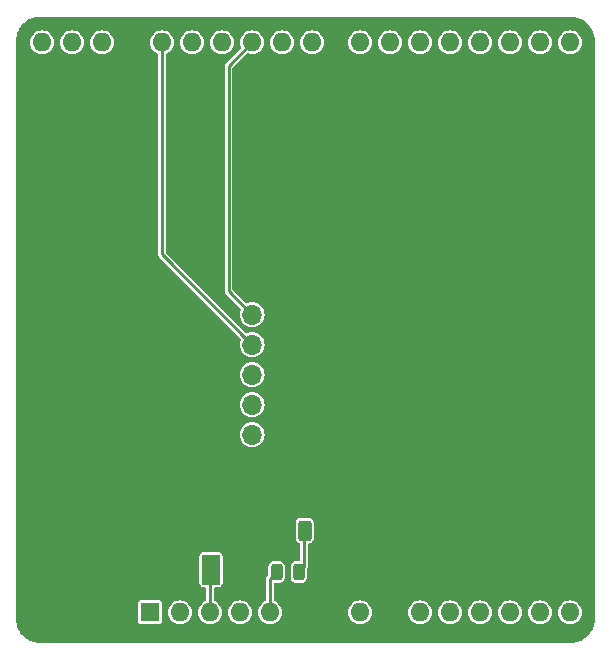
<source format=gbr>
%TF.GenerationSoftware,KiCad,Pcbnew,7.0.2-0*%
%TF.CreationDate,2023-04-20T17:22:28-07:00*%
%TF.ProjectId,RGProgrammer_V1,52475072-6f67-4726-916d-6d65725f5631,rev?*%
%TF.SameCoordinates,Original*%
%TF.FileFunction,Copper,L1,Top*%
%TF.FilePolarity,Positive*%
%FSLAX46Y46*%
G04 Gerber Fmt 4.6, Leading zero omitted, Abs format (unit mm)*
G04 Created by KiCad (PCBNEW 7.0.2-0) date 2023-04-20 17:22:28*
%MOMM*%
%LPD*%
G01*
G04 APERTURE LIST*
G04 Aperture macros list*
%AMRoundRect*
0 Rectangle with rounded corners*
0 $1 Rounding radius*
0 $2 $3 $4 $5 $6 $7 $8 $9 X,Y pos of 4 corners*
0 Add a 4 corners polygon primitive as box body*
4,1,4,$2,$3,$4,$5,$6,$7,$8,$9,$2,$3,0*
0 Add four circle primitives for the rounded corners*
1,1,$1+$1,$2,$3*
1,1,$1+$1,$4,$5*
1,1,$1+$1,$6,$7*
1,1,$1+$1,$8,$9*
0 Add four rect primitives between the rounded corners*
20,1,$1+$1,$2,$3,$4,$5,0*
20,1,$1+$1,$4,$5,$6,$7,0*
20,1,$1+$1,$6,$7,$8,$9,0*
20,1,$1+$1,$8,$9,$2,$3,0*%
G04 Aperture macros list end*
%TA.AperFunction,ComponentPad*%
%ADD10R,1.700000X1.700000*%
%TD*%
%TA.AperFunction,ComponentPad*%
%ADD11O,1.700000X1.700000*%
%TD*%
%TA.AperFunction,SMDPad,CuDef*%
%ADD12RoundRect,0.243750X0.243750X0.456250X-0.243750X0.456250X-0.243750X-0.456250X0.243750X-0.456250X0*%
%TD*%
%TA.AperFunction,SMDPad,CuDef*%
%ADD13RoundRect,0.250000X0.312500X0.625000X-0.312500X0.625000X-0.312500X-0.625000X0.312500X-0.625000X0*%
%TD*%
%TA.AperFunction,SMDPad,CuDef*%
%ADD14RoundRect,0.250000X0.550000X-1.050000X0.550000X1.050000X-0.550000X1.050000X-0.550000X-1.050000X0*%
%TD*%
%TA.AperFunction,ComponentPad*%
%ADD15R,1.600000X1.600000*%
%TD*%
%TA.AperFunction,ComponentPad*%
%ADD16O,1.600000X1.600000*%
%TD*%
%TA.AperFunction,Conductor*%
%ADD17C,0.250000*%
%TD*%
G04 APERTURE END LIST*
D10*
%TO.P,J1,1,Pin_1*%
%TO.N,GND*%
X146000000Y-81675000D03*
D11*
%TO.P,J1,2,Pin_2*%
%TO.N,D10*%
X146000000Y-84215000D03*
%TO.P,J1,3,Pin_3*%
%TO.N,D13*%
X146000000Y-86755000D03*
%TO.P,J1,4,Pin_4*%
%TO.N,D12*%
X146000000Y-89295000D03*
%TO.P,J1,5,Pin_5*%
%TO.N,D11*%
X146000000Y-91835000D03*
%TO.P,J1,6,Pin_6*%
%TO.N,+5V*%
X146000000Y-94375000D03*
%TD*%
D12*
%TO.P,D1,1,K*%
%TO.N,Net-(D1-K)*%
X149937500Y-106000000D03*
%TO.P,D1,2,A*%
%TO.N,+5V*%
X148062500Y-106000000D03*
%TD*%
D13*
%TO.P,R1,1*%
%TO.N,Net-(D1-K)*%
X150462500Y-102500000D03*
%TO.P,R1,2*%
%TO.N,GND*%
X147537500Y-102500000D03*
%TD*%
D14*
%TO.P,C1,1*%
%TO.N,Net-(A1-~{RESET})*%
X142500000Y-105800000D03*
%TO.P,C1,2*%
%TO.N,GND*%
X142500000Y-102200000D03*
%TD*%
D15*
%TO.P,A1,1,NC*%
%TO.N,unconnected-(A1-NC-Pad1)*%
X137340000Y-109415000D03*
D16*
%TO.P,A1,2,IOREF*%
%TO.N,unconnected-(A1-IOREF-Pad2)*%
X139880000Y-109415000D03*
%TO.P,A1,3,~{RESET}*%
%TO.N,Net-(A1-~{RESET})*%
X142420000Y-109415000D03*
%TO.P,A1,4,3V3*%
%TO.N,unconnected-(A1-3V3-Pad4)*%
X144960000Y-109415000D03*
%TO.P,A1,5,+5V*%
%TO.N,+5V*%
X147500000Y-109415000D03*
%TO.P,A1,6,GND*%
%TO.N,GND*%
X150040000Y-109415000D03*
%TO.P,A1,7,GND*%
X152580000Y-109415000D03*
%TO.P,A1,8,VIN*%
%TO.N,unconnected-(A1-VIN-Pad8)*%
X155120000Y-109415000D03*
%TO.P,A1,9,A0*%
%TO.N,unconnected-(A1-A0-Pad9)*%
X160200000Y-109415000D03*
%TO.P,A1,10,A1*%
%TO.N,unconnected-(A1-A1-Pad10)*%
X162740000Y-109415000D03*
%TO.P,A1,11,A2*%
%TO.N,unconnected-(A1-A2-Pad11)*%
X165280000Y-109415000D03*
%TO.P,A1,12,A3*%
%TO.N,unconnected-(A1-A3-Pad12)*%
X167820000Y-109415000D03*
%TO.P,A1,13,SDA/A4*%
%TO.N,unconnected-(A1-SDA{slash}A4-Pad13)*%
X170360000Y-109415000D03*
%TO.P,A1,14,SCL/A5*%
%TO.N,unconnected-(A1-SCL{slash}A5-Pad14)*%
X172900000Y-109415000D03*
%TO.P,A1,15,D0/RX*%
%TO.N,unconnected-(A1-D0{slash}RX-Pad15)*%
X172900000Y-61155000D03*
%TO.P,A1,16,D1/TX*%
%TO.N,unconnected-(A1-D1{slash}TX-Pad16)*%
X170360000Y-61155000D03*
%TO.P,A1,17,D2*%
%TO.N,unconnected-(A1-D2-Pad17)*%
X167820000Y-61155000D03*
%TO.P,A1,18,D3*%
%TO.N,unconnected-(A1-D3-Pad18)*%
X165280000Y-61155000D03*
%TO.P,A1,19,D4*%
%TO.N,unconnected-(A1-D4-Pad19)*%
X162740000Y-61155000D03*
%TO.P,A1,20,D5*%
%TO.N,unconnected-(A1-D5-Pad20)*%
X160200000Y-61155000D03*
%TO.P,A1,21,D6*%
%TO.N,unconnected-(A1-D6-Pad21)*%
X157660000Y-61155000D03*
%TO.P,A1,22,D7*%
%TO.N,unconnected-(A1-D7-Pad22)*%
X155120000Y-61155000D03*
%TO.P,A1,23,D8*%
%TO.N,unconnected-(A1-D8-Pad23)*%
X151060000Y-61155000D03*
%TO.P,A1,24,D9*%
%TO.N,unconnected-(A1-D9-Pad24)*%
X148520000Y-61155000D03*
%TO.P,A1,25,D10*%
%TO.N,D10*%
X145980000Y-61155000D03*
%TO.P,A1,26,D11*%
%TO.N,D11*%
X143440000Y-61155000D03*
%TO.P,A1,27,D12*%
%TO.N,D12*%
X140900000Y-61155000D03*
%TO.P,A1,28,D13*%
%TO.N,D13*%
X138360000Y-61155000D03*
%TO.P,A1,29,GND*%
%TO.N,GND*%
X135820000Y-61155000D03*
%TO.P,A1,30,AREF*%
%TO.N,unconnected-(A1-AREF-Pad30)*%
X133280000Y-61155000D03*
%TO.P,A1,31,SDA/A4*%
%TO.N,unconnected-(A1-SDA{slash}A4-Pad31)*%
X130740000Y-61155000D03*
%TO.P,A1,32,SCL/A5*%
%TO.N,unconnected-(A1-SCL{slash}A5-Pad32)*%
X128200000Y-61155000D03*
%TD*%
D17*
%TO.N,Net-(A1-~{RESET})*%
X142500000Y-105800000D02*
X142420000Y-105880000D01*
X142420000Y-105880000D02*
X142420000Y-109415000D01*
%TO.N,+5V*%
X147500000Y-106562500D02*
X148062500Y-106000000D01*
X147500000Y-109415000D02*
X147500000Y-106562500D01*
%TO.N,D10*%
X144000000Y-63135000D02*
X145980000Y-61155000D01*
X146000000Y-84215000D02*
X144000000Y-82215000D01*
X144000000Y-82215000D02*
X144000000Y-63135000D01*
%TO.N,D13*%
X138360000Y-79115000D02*
X138360000Y-61155000D01*
X146000000Y-86755000D02*
X138360000Y-79115000D01*
%TO.N,Net-(D1-K)*%
X150400000Y-102562500D02*
X150462500Y-102500000D01*
X150400000Y-105537500D02*
X150400000Y-102562500D01*
X149937500Y-106000000D02*
X150400000Y-105537500D01*
%TD*%
%TA.AperFunction,Conductor*%
%TO.N,GND*%
G36*
X173004042Y-59000764D02*
G01*
X173083743Y-59005988D01*
X173261590Y-59018709D01*
X173276904Y-59020772D01*
X173389441Y-59043157D01*
X173530277Y-59073794D01*
X173543690Y-59077518D01*
X173657725Y-59116228D01*
X173661074Y-59117420D01*
X173788808Y-59165062D01*
X173800300Y-59170024D01*
X173910687Y-59224461D01*
X173915187Y-59226798D01*
X174032478Y-59290844D01*
X174041942Y-59296574D01*
X174145269Y-59365615D01*
X174150688Y-59369450D01*
X174256727Y-59448830D01*
X174264145Y-59454844D01*
X174357976Y-59537131D01*
X174363898Y-59542678D01*
X174457320Y-59636100D01*
X174462867Y-59642022D01*
X174545150Y-59735848D01*
X174551173Y-59743278D01*
X174588691Y-59793396D01*
X174630548Y-59849310D01*
X174634383Y-59854729D01*
X174703424Y-59958056D01*
X174709154Y-59967520D01*
X174773183Y-60084779D01*
X174775564Y-60089363D01*
X174829969Y-60199687D01*
X174834938Y-60211196D01*
X174882556Y-60338863D01*
X174883793Y-60342338D01*
X174922470Y-60456276D01*
X174926217Y-60469777D01*
X174956847Y-60610580D01*
X174979230Y-60723107D01*
X174981290Y-60738414D01*
X174994017Y-60916350D01*
X174999235Y-60995956D01*
X174999500Y-61004051D01*
X174999500Y-109995947D01*
X174999234Y-110004058D01*
X174994017Y-110083648D01*
X174981291Y-110261574D01*
X174979225Y-110276916D01*
X174956851Y-110389402D01*
X174926212Y-110530244D01*
X174922473Y-110543714D01*
X174883793Y-110657660D01*
X174882556Y-110661135D01*
X174834938Y-110788802D01*
X174829969Y-110800311D01*
X174775564Y-110910635D01*
X174773183Y-110915219D01*
X174709154Y-111032478D01*
X174703424Y-111041942D01*
X174634383Y-111145269D01*
X174630548Y-111150688D01*
X174551181Y-111256711D01*
X174545142Y-111264160D01*
X174462867Y-111357976D01*
X174457320Y-111363898D01*
X174363898Y-111457320D01*
X174357976Y-111462867D01*
X174264160Y-111545142D01*
X174256711Y-111551181D01*
X174150688Y-111630548D01*
X174145269Y-111634383D01*
X174041942Y-111703424D01*
X174032478Y-111709154D01*
X173915219Y-111773183D01*
X173910635Y-111775564D01*
X173800311Y-111829969D01*
X173788802Y-111834938D01*
X173661135Y-111882556D01*
X173657660Y-111883793D01*
X173543722Y-111922470D01*
X173530221Y-111926217D01*
X173389419Y-111956847D01*
X173342048Y-111966270D01*
X173276896Y-111979229D01*
X173261584Y-111981290D01*
X173083649Y-111994017D01*
X173060221Y-111995552D01*
X173004030Y-111999235D01*
X172995948Y-111999500D01*
X128004053Y-111999500D01*
X127995943Y-111999234D01*
X127916352Y-111994017D01*
X127738424Y-111981291D01*
X127723082Y-111979225D01*
X127665195Y-111967710D01*
X127610600Y-111956851D01*
X127469746Y-111926210D01*
X127456284Y-111922473D01*
X127456275Y-111922470D01*
X127385362Y-111898398D01*
X127342338Y-111883793D01*
X127338863Y-111882556D01*
X127211196Y-111834938D01*
X127199687Y-111829969D01*
X127134947Y-111798043D01*
X127089348Y-111775556D01*
X127084779Y-111773183D01*
X126967520Y-111709154D01*
X126958056Y-111703424D01*
X126854729Y-111634383D01*
X126849310Y-111630548D01*
X126793396Y-111588691D01*
X126743278Y-111551173D01*
X126735848Y-111545150D01*
X126642022Y-111462867D01*
X126636100Y-111457320D01*
X126542678Y-111363898D01*
X126537131Y-111357976D01*
X126505450Y-111321851D01*
X126454844Y-111264145D01*
X126448830Y-111256727D01*
X126369450Y-111150688D01*
X126365615Y-111145269D01*
X126296574Y-111041942D01*
X126290844Y-111032478D01*
X126226798Y-110915187D01*
X126224461Y-110910687D01*
X126170024Y-110800300D01*
X126165060Y-110788802D01*
X126117420Y-110661074D01*
X126116228Y-110657725D01*
X126077522Y-110543703D01*
X126073786Y-110530240D01*
X126043157Y-110389441D01*
X126020767Y-110276879D01*
X126018709Y-110261593D01*
X126016789Y-110234748D01*
X136339500Y-110234748D01*
X136351132Y-110293230D01*
X136395447Y-110359552D01*
X136461769Y-110403867D01*
X136520251Y-110415500D01*
X136520252Y-110415500D01*
X138159749Y-110415500D01*
X138188989Y-110409683D01*
X138218231Y-110403867D01*
X138284552Y-110359552D01*
X138328867Y-110293231D01*
X138340500Y-110234748D01*
X138340500Y-109415000D01*
X138874659Y-109415000D01*
X138893976Y-109611133D01*
X138951185Y-109799726D01*
X138951186Y-109799727D01*
X139044090Y-109973538D01*
X139169117Y-110125883D01*
X139321462Y-110250910D01*
X139495273Y-110343814D01*
X139683868Y-110401024D01*
X139880000Y-110420341D01*
X140076132Y-110401024D01*
X140264727Y-110343814D01*
X140438538Y-110250910D01*
X140590883Y-110125883D01*
X140715910Y-109973538D01*
X140808814Y-109799727D01*
X140866024Y-109611132D01*
X140885341Y-109415000D01*
X141414659Y-109415000D01*
X141433976Y-109611133D01*
X141491185Y-109799726D01*
X141491186Y-109799727D01*
X141584090Y-109973538D01*
X141709117Y-110125883D01*
X141861462Y-110250910D01*
X142035273Y-110343814D01*
X142223868Y-110401024D01*
X142420000Y-110420341D01*
X142616132Y-110401024D01*
X142804727Y-110343814D01*
X142978538Y-110250910D01*
X143130883Y-110125883D01*
X143255910Y-109973538D01*
X143348814Y-109799727D01*
X143406024Y-109611132D01*
X143425341Y-109415000D01*
X143954659Y-109415000D01*
X143973976Y-109611133D01*
X144031185Y-109799726D01*
X144031186Y-109799727D01*
X144124090Y-109973538D01*
X144249117Y-110125883D01*
X144401462Y-110250910D01*
X144575273Y-110343814D01*
X144763868Y-110401024D01*
X144960000Y-110420341D01*
X145156132Y-110401024D01*
X145344727Y-110343814D01*
X145518538Y-110250910D01*
X145670883Y-110125883D01*
X145795910Y-109973538D01*
X145888814Y-109799727D01*
X145946024Y-109611132D01*
X145965341Y-109415000D01*
X146494659Y-109415000D01*
X146513976Y-109611133D01*
X146571185Y-109799726D01*
X146571186Y-109799727D01*
X146664090Y-109973538D01*
X146789117Y-110125883D01*
X146941462Y-110250910D01*
X147115273Y-110343814D01*
X147303868Y-110401024D01*
X147500000Y-110420341D01*
X147696132Y-110401024D01*
X147884727Y-110343814D01*
X148058538Y-110250910D01*
X148210883Y-110125883D01*
X148335910Y-109973538D01*
X148428814Y-109799727D01*
X148486024Y-109611132D01*
X148505341Y-109415000D01*
X154114659Y-109415000D01*
X154133976Y-109611133D01*
X154191185Y-109799726D01*
X154191186Y-109799727D01*
X154284090Y-109973538D01*
X154409117Y-110125883D01*
X154561462Y-110250910D01*
X154735273Y-110343814D01*
X154923868Y-110401024D01*
X155120000Y-110420341D01*
X155316132Y-110401024D01*
X155504727Y-110343814D01*
X155678538Y-110250910D01*
X155830883Y-110125883D01*
X155955910Y-109973538D01*
X156048814Y-109799727D01*
X156106024Y-109611132D01*
X156125341Y-109415000D01*
X159194659Y-109415000D01*
X159213976Y-109611133D01*
X159271185Y-109799726D01*
X159271186Y-109799727D01*
X159364090Y-109973538D01*
X159489117Y-110125883D01*
X159641462Y-110250910D01*
X159815273Y-110343814D01*
X160003868Y-110401024D01*
X160200000Y-110420341D01*
X160396132Y-110401024D01*
X160584727Y-110343814D01*
X160758538Y-110250910D01*
X160910883Y-110125883D01*
X161035910Y-109973538D01*
X161128814Y-109799727D01*
X161186024Y-109611132D01*
X161205341Y-109415000D01*
X161734659Y-109415000D01*
X161753976Y-109611133D01*
X161811185Y-109799726D01*
X161811186Y-109799727D01*
X161904090Y-109973538D01*
X162029117Y-110125883D01*
X162181462Y-110250910D01*
X162355273Y-110343814D01*
X162543868Y-110401024D01*
X162740000Y-110420341D01*
X162936132Y-110401024D01*
X163124727Y-110343814D01*
X163298538Y-110250910D01*
X163450883Y-110125883D01*
X163575910Y-109973538D01*
X163668814Y-109799727D01*
X163726024Y-109611132D01*
X163745341Y-109415000D01*
X164274659Y-109415000D01*
X164293976Y-109611133D01*
X164351185Y-109799726D01*
X164351186Y-109799727D01*
X164444090Y-109973538D01*
X164569117Y-110125883D01*
X164721462Y-110250910D01*
X164895273Y-110343814D01*
X165083868Y-110401024D01*
X165280000Y-110420341D01*
X165476132Y-110401024D01*
X165664727Y-110343814D01*
X165838538Y-110250910D01*
X165990883Y-110125883D01*
X166115910Y-109973538D01*
X166208814Y-109799727D01*
X166266024Y-109611132D01*
X166285341Y-109415000D01*
X166814659Y-109415000D01*
X166833976Y-109611133D01*
X166891185Y-109799726D01*
X166891186Y-109799727D01*
X166984090Y-109973538D01*
X167109117Y-110125883D01*
X167261462Y-110250910D01*
X167435273Y-110343814D01*
X167623868Y-110401024D01*
X167820000Y-110420341D01*
X168016132Y-110401024D01*
X168204727Y-110343814D01*
X168378538Y-110250910D01*
X168530883Y-110125883D01*
X168655910Y-109973538D01*
X168748814Y-109799727D01*
X168806024Y-109611132D01*
X168825341Y-109415000D01*
X169354659Y-109415000D01*
X169373976Y-109611133D01*
X169431185Y-109799726D01*
X169431186Y-109799727D01*
X169524090Y-109973538D01*
X169649117Y-110125883D01*
X169801462Y-110250910D01*
X169975273Y-110343814D01*
X170163868Y-110401024D01*
X170360000Y-110420341D01*
X170556132Y-110401024D01*
X170744727Y-110343814D01*
X170918538Y-110250910D01*
X171070883Y-110125883D01*
X171195910Y-109973538D01*
X171288814Y-109799727D01*
X171346024Y-109611132D01*
X171365341Y-109415000D01*
X171894659Y-109415000D01*
X171913976Y-109611133D01*
X171971185Y-109799726D01*
X171971186Y-109799727D01*
X172064090Y-109973538D01*
X172189117Y-110125883D01*
X172341462Y-110250910D01*
X172515273Y-110343814D01*
X172703868Y-110401024D01*
X172900000Y-110420341D01*
X173096132Y-110401024D01*
X173284727Y-110343814D01*
X173458538Y-110250910D01*
X173610883Y-110125883D01*
X173735910Y-109973538D01*
X173828814Y-109799727D01*
X173886024Y-109611132D01*
X173905341Y-109415000D01*
X173886024Y-109218868D01*
X173828814Y-109030273D01*
X173735910Y-108856462D01*
X173610883Y-108704117D01*
X173458538Y-108579090D01*
X173379361Y-108536769D01*
X173284726Y-108486185D01*
X173096133Y-108428976D01*
X172900000Y-108409659D01*
X172703866Y-108428976D01*
X172515273Y-108486185D01*
X172341463Y-108579089D01*
X172189117Y-108704117D01*
X172064089Y-108856463D01*
X171971185Y-109030273D01*
X171913976Y-109218866D01*
X171894659Y-109415000D01*
X171365341Y-109415000D01*
X171346024Y-109218868D01*
X171288814Y-109030273D01*
X171195910Y-108856462D01*
X171070883Y-108704117D01*
X170918538Y-108579090D01*
X170839361Y-108536769D01*
X170744726Y-108486185D01*
X170556133Y-108428976D01*
X170360000Y-108409659D01*
X170163866Y-108428976D01*
X169975273Y-108486185D01*
X169801463Y-108579089D01*
X169649117Y-108704117D01*
X169524089Y-108856463D01*
X169431185Y-109030273D01*
X169373976Y-109218866D01*
X169354659Y-109415000D01*
X168825341Y-109415000D01*
X168806024Y-109218868D01*
X168748814Y-109030273D01*
X168655910Y-108856462D01*
X168530883Y-108704117D01*
X168378538Y-108579090D01*
X168299361Y-108536769D01*
X168204726Y-108486185D01*
X168016133Y-108428976D01*
X167820000Y-108409659D01*
X167623866Y-108428976D01*
X167435273Y-108486185D01*
X167261463Y-108579089D01*
X167109117Y-108704117D01*
X166984089Y-108856463D01*
X166891185Y-109030273D01*
X166833976Y-109218866D01*
X166814659Y-109415000D01*
X166285341Y-109415000D01*
X166266024Y-109218868D01*
X166208814Y-109030273D01*
X166115910Y-108856462D01*
X165990883Y-108704117D01*
X165838538Y-108579090D01*
X165759361Y-108536769D01*
X165664726Y-108486185D01*
X165476133Y-108428976D01*
X165329152Y-108414500D01*
X165280000Y-108409659D01*
X165279999Y-108409659D01*
X165083866Y-108428976D01*
X164895273Y-108486185D01*
X164721463Y-108579089D01*
X164569117Y-108704117D01*
X164444089Y-108856463D01*
X164351185Y-109030273D01*
X164293976Y-109218866D01*
X164274659Y-109415000D01*
X163745341Y-109415000D01*
X163726024Y-109218868D01*
X163668814Y-109030273D01*
X163575910Y-108856462D01*
X163450883Y-108704117D01*
X163298538Y-108579090D01*
X163219361Y-108536769D01*
X163124726Y-108486185D01*
X162936133Y-108428976D01*
X162740000Y-108409659D01*
X162543866Y-108428976D01*
X162355273Y-108486185D01*
X162181463Y-108579089D01*
X162029117Y-108704117D01*
X161904089Y-108856463D01*
X161811185Y-109030273D01*
X161753976Y-109218866D01*
X161734659Y-109415000D01*
X161205341Y-109415000D01*
X161186024Y-109218868D01*
X161128814Y-109030273D01*
X161035910Y-108856462D01*
X160910883Y-108704117D01*
X160758538Y-108579090D01*
X160679361Y-108536769D01*
X160584726Y-108486185D01*
X160396133Y-108428976D01*
X160200000Y-108409659D01*
X160003866Y-108428976D01*
X159815273Y-108486185D01*
X159641463Y-108579089D01*
X159489117Y-108704117D01*
X159364089Y-108856463D01*
X159271185Y-109030273D01*
X159213976Y-109218866D01*
X159194659Y-109415000D01*
X156125341Y-109415000D01*
X156106024Y-109218868D01*
X156048814Y-109030273D01*
X155955910Y-108856462D01*
X155830883Y-108704117D01*
X155678538Y-108579090D01*
X155599361Y-108536769D01*
X155504726Y-108486185D01*
X155316133Y-108428976D01*
X155169152Y-108414500D01*
X155120000Y-108409659D01*
X155119999Y-108409659D01*
X154923866Y-108428976D01*
X154735273Y-108486185D01*
X154561463Y-108579089D01*
X154409117Y-108704117D01*
X154284089Y-108856463D01*
X154191185Y-109030273D01*
X154133976Y-109218866D01*
X154114659Y-109415000D01*
X148505341Y-109415000D01*
X148486024Y-109218868D01*
X148428814Y-109030273D01*
X148335910Y-108856462D01*
X148210883Y-108704117D01*
X148058538Y-108579090D01*
X148058536Y-108579089D01*
X147891046Y-108489563D01*
X147841202Y-108440600D01*
X147825500Y-108380205D01*
X147825500Y-107024500D01*
X147845185Y-106957461D01*
X147897989Y-106911706D01*
X147949500Y-106900500D01*
X148356870Y-106900500D01*
X148359764Y-106900500D01*
X148389774Y-106897686D01*
X148516179Y-106853455D01*
X148623930Y-106773930D01*
X148703455Y-106666179D01*
X148747686Y-106539774D01*
X148750500Y-106509764D01*
X149249500Y-106509764D01*
X149249769Y-106512635D01*
X149249770Y-106512651D01*
X149252313Y-106539769D01*
X149252313Y-106539771D01*
X149252314Y-106539774D01*
X149296545Y-106666179D01*
X149296546Y-106666180D01*
X149376069Y-106773930D01*
X149439085Y-106820438D01*
X149483821Y-106853455D01*
X149610226Y-106897686D01*
X149640236Y-106900500D01*
X149643130Y-106900500D01*
X150231870Y-106900500D01*
X150234764Y-106900500D01*
X150264774Y-106897686D01*
X150391179Y-106853455D01*
X150498930Y-106773930D01*
X150578455Y-106666179D01*
X150622686Y-106539774D01*
X150625500Y-106509764D01*
X150625500Y-105831016D01*
X150643526Y-105769624D01*
X150642260Y-105768893D01*
X150653192Y-105749956D01*
X150653194Y-105749955D01*
X150672091Y-105717222D01*
X150677887Y-105708125D01*
X150699554Y-105677184D01*
X150699554Y-105677182D01*
X150700173Y-105676299D01*
X150710399Y-105651612D01*
X150710586Y-105650547D01*
X150710588Y-105650545D01*
X150717149Y-105613330D01*
X150719478Y-105602824D01*
X150729264Y-105566307D01*
X150725972Y-105528676D01*
X150725500Y-105517869D01*
X150725500Y-103698146D01*
X150745185Y-103631107D01*
X150797989Y-103585352D01*
X150837923Y-103574688D01*
X150859699Y-103572646D01*
X150987882Y-103527793D01*
X150987882Y-103527792D01*
X150987884Y-103527792D01*
X151097150Y-103447150D01*
X151177792Y-103337884D01*
X151177793Y-103337882D01*
X151222646Y-103209699D01*
X151225500Y-103179266D01*
X151225500Y-101820734D01*
X151222646Y-101790301D01*
X151177793Y-101662118D01*
X151177792Y-101662115D01*
X151097150Y-101552849D01*
X150987884Y-101472207D01*
X150859696Y-101427353D01*
X150832151Y-101424770D01*
X150832139Y-101424769D01*
X150829266Y-101424500D01*
X150095734Y-101424500D01*
X150092861Y-101424769D01*
X150092848Y-101424770D01*
X150065303Y-101427353D01*
X149937115Y-101472207D01*
X149827849Y-101552849D01*
X149747207Y-101662115D01*
X149702353Y-101790303D01*
X149699770Y-101817848D01*
X149699769Y-101817861D01*
X149699500Y-101820734D01*
X149699500Y-103179266D01*
X149699769Y-103182139D01*
X149699770Y-103182151D01*
X149702353Y-103209696D01*
X149747207Y-103337884D01*
X149827849Y-103447150D01*
X149937115Y-103527792D01*
X149991454Y-103546806D01*
X150048230Y-103587528D01*
X150073978Y-103652481D01*
X150074500Y-103663848D01*
X150074500Y-104975500D01*
X150054815Y-105042539D01*
X150002011Y-105088294D01*
X149950500Y-105099500D01*
X149640236Y-105099500D01*
X149637365Y-105099769D01*
X149637348Y-105099770D01*
X149610230Y-105102313D01*
X149610227Y-105102313D01*
X149610226Y-105102314D01*
X149483821Y-105146545D01*
X149483820Y-105146545D01*
X149483819Y-105146546D01*
X149376069Y-105226069D01*
X149296546Y-105333819D01*
X149252313Y-105460230D01*
X149249770Y-105487348D01*
X149249769Y-105487365D01*
X149249500Y-105490236D01*
X149249500Y-106509764D01*
X148750500Y-106509764D01*
X148750500Y-105490236D01*
X148747686Y-105460226D01*
X148703455Y-105333821D01*
X148670438Y-105289085D01*
X148623930Y-105226069D01*
X148516180Y-105146546D01*
X148516179Y-105146545D01*
X148389774Y-105102314D01*
X148389771Y-105102313D01*
X148389769Y-105102313D01*
X148362651Y-105099770D01*
X148362635Y-105099769D01*
X148359764Y-105099500D01*
X147765236Y-105099500D01*
X147762365Y-105099769D01*
X147762348Y-105099770D01*
X147735230Y-105102313D01*
X147735227Y-105102313D01*
X147735226Y-105102314D01*
X147608821Y-105146545D01*
X147608820Y-105146545D01*
X147608819Y-105146546D01*
X147501069Y-105226069D01*
X147421546Y-105333819D01*
X147377313Y-105460230D01*
X147374770Y-105487348D01*
X147374769Y-105487365D01*
X147374500Y-105490236D01*
X147374500Y-105493130D01*
X147374500Y-106176310D01*
X147354815Y-106243349D01*
X147338181Y-106263991D01*
X147283714Y-106318458D01*
X147275741Y-106325764D01*
X147246806Y-106350044D01*
X147227914Y-106382764D01*
X147222106Y-106391880D01*
X147199831Y-106423693D01*
X147189597Y-106448399D01*
X147182852Y-106486648D01*
X147180512Y-106497204D01*
X147170735Y-106533691D01*
X147174028Y-106571317D01*
X147174500Y-106582126D01*
X147174500Y-108380205D01*
X147154815Y-108447244D01*
X147108954Y-108489563D01*
X146941461Y-108579090D01*
X146789117Y-108704117D01*
X146664089Y-108856463D01*
X146571185Y-109030273D01*
X146513976Y-109218866D01*
X146494659Y-109415000D01*
X145965341Y-109415000D01*
X145946024Y-109218868D01*
X145888814Y-109030273D01*
X145795910Y-108856462D01*
X145670883Y-108704117D01*
X145518538Y-108579090D01*
X145439361Y-108536769D01*
X145344726Y-108486185D01*
X145156133Y-108428976D01*
X145009152Y-108414500D01*
X144960000Y-108409659D01*
X144959999Y-108409659D01*
X144763866Y-108428976D01*
X144575273Y-108486185D01*
X144401463Y-108579089D01*
X144249117Y-108704117D01*
X144124089Y-108856463D01*
X144031185Y-109030273D01*
X143973976Y-109218866D01*
X143954659Y-109415000D01*
X143425341Y-109415000D01*
X143406024Y-109218868D01*
X143348814Y-109030273D01*
X143255910Y-108856462D01*
X143130883Y-108704117D01*
X142978538Y-108579090D01*
X142978536Y-108579089D01*
X142811046Y-108489563D01*
X142761202Y-108440600D01*
X142745500Y-108380205D01*
X142745500Y-107424500D01*
X142765185Y-107357461D01*
X142817989Y-107311706D01*
X142869500Y-107300500D01*
X143101373Y-107300500D01*
X143104266Y-107300500D01*
X143134699Y-107297646D01*
X143262882Y-107252793D01*
X143262882Y-107252792D01*
X143262884Y-107252792D01*
X143372150Y-107172150D01*
X143452792Y-107062884D01*
X143466223Y-107024500D01*
X143497646Y-106934699D01*
X143500500Y-106904266D01*
X143500500Y-104695734D01*
X143497646Y-104665301D01*
X143452793Y-104537118D01*
X143452792Y-104537115D01*
X143372150Y-104427849D01*
X143262884Y-104347207D01*
X143134696Y-104302353D01*
X143107151Y-104299770D01*
X143107139Y-104299769D01*
X143104266Y-104299500D01*
X141895734Y-104299500D01*
X141892861Y-104299769D01*
X141892848Y-104299770D01*
X141865303Y-104302353D01*
X141737115Y-104347207D01*
X141627849Y-104427849D01*
X141547207Y-104537115D01*
X141502353Y-104665303D01*
X141499770Y-104692848D01*
X141499769Y-104692861D01*
X141499500Y-104695734D01*
X141499500Y-106904266D01*
X141499769Y-106907139D01*
X141499770Y-106907151D01*
X141502353Y-106934696D01*
X141547207Y-107062884D01*
X141627849Y-107172150D01*
X141737115Y-107252792D01*
X141737118Y-107252793D01*
X141865301Y-107297646D01*
X141895734Y-107300500D01*
X141970500Y-107300500D01*
X142037539Y-107320185D01*
X142083294Y-107372989D01*
X142094500Y-107424500D01*
X142094500Y-108380205D01*
X142074815Y-108447244D01*
X142028954Y-108489563D01*
X141861461Y-108579090D01*
X141709117Y-108704117D01*
X141584089Y-108856463D01*
X141491185Y-109030273D01*
X141433976Y-109218866D01*
X141414659Y-109415000D01*
X140885341Y-109415000D01*
X140866024Y-109218868D01*
X140808814Y-109030273D01*
X140715910Y-108856462D01*
X140590883Y-108704117D01*
X140438538Y-108579090D01*
X140359361Y-108536769D01*
X140264726Y-108486185D01*
X140076133Y-108428976D01*
X139880000Y-108409659D01*
X139683866Y-108428976D01*
X139495273Y-108486185D01*
X139321463Y-108579089D01*
X139169117Y-108704117D01*
X139044089Y-108856463D01*
X138951185Y-109030273D01*
X138893976Y-109218866D01*
X138874659Y-109415000D01*
X138340500Y-109415000D01*
X138340500Y-108595252D01*
X138328867Y-108536769D01*
X138328867Y-108536768D01*
X138284552Y-108470447D01*
X138218230Y-108426132D01*
X138159749Y-108414500D01*
X138159748Y-108414500D01*
X136520252Y-108414500D01*
X136520251Y-108414500D01*
X136461769Y-108426132D01*
X136395447Y-108470447D01*
X136351132Y-108536769D01*
X136339500Y-108595251D01*
X136339500Y-110234748D01*
X126016789Y-110234748D01*
X126005988Y-110083743D01*
X126000765Y-110004041D01*
X126000500Y-109995936D01*
X126000500Y-94375000D01*
X144944417Y-94375000D01*
X144964699Y-94580932D01*
X144964700Y-94580934D01*
X145024768Y-94778954D01*
X145122315Y-94961450D01*
X145173609Y-95023952D01*
X145253589Y-95121410D01*
X145333569Y-95187047D01*
X145413550Y-95252685D01*
X145596046Y-95350232D01*
X145794066Y-95410300D01*
X146000000Y-95430583D01*
X146205934Y-95410300D01*
X146403954Y-95350232D01*
X146586450Y-95252685D01*
X146746410Y-95121410D01*
X146877685Y-94961450D01*
X146975232Y-94778954D01*
X147035300Y-94580934D01*
X147055583Y-94375000D01*
X147035300Y-94169066D01*
X146975232Y-93971046D01*
X146877685Y-93788550D01*
X146812047Y-93708570D01*
X146746410Y-93628589D01*
X146648952Y-93548609D01*
X146586450Y-93497315D01*
X146403954Y-93399768D01*
X146304944Y-93369734D01*
X146205932Y-93339699D01*
X146000000Y-93319417D01*
X145794067Y-93339699D01*
X145596043Y-93399769D01*
X145413551Y-93497314D01*
X145253589Y-93628589D01*
X145122314Y-93788551D01*
X145024769Y-93971043D01*
X144964699Y-94169067D01*
X144944417Y-94375000D01*
X126000500Y-94375000D01*
X126000500Y-91835000D01*
X144944417Y-91835000D01*
X144964699Y-92040932D01*
X144964700Y-92040934D01*
X145024768Y-92238954D01*
X145122315Y-92421450D01*
X145173609Y-92483952D01*
X145253589Y-92581410D01*
X145333569Y-92647047D01*
X145413550Y-92712685D01*
X145596046Y-92810232D01*
X145794066Y-92870300D01*
X146000000Y-92890583D01*
X146205934Y-92870300D01*
X146403954Y-92810232D01*
X146586450Y-92712685D01*
X146746410Y-92581410D01*
X146877685Y-92421450D01*
X146975232Y-92238954D01*
X147035300Y-92040934D01*
X147055583Y-91835000D01*
X147035300Y-91629066D01*
X146975232Y-91431046D01*
X146877685Y-91248550D01*
X146812047Y-91168570D01*
X146746410Y-91088589D01*
X146648952Y-91008609D01*
X146586450Y-90957315D01*
X146403954Y-90859768D01*
X146304944Y-90829733D01*
X146205932Y-90799699D01*
X146000000Y-90779417D01*
X145794067Y-90799699D01*
X145596043Y-90859769D01*
X145413551Y-90957314D01*
X145253589Y-91088589D01*
X145122314Y-91248551D01*
X145024769Y-91431043D01*
X144964699Y-91629067D01*
X144944417Y-91835000D01*
X126000500Y-91835000D01*
X126000500Y-89295000D01*
X144944417Y-89295000D01*
X144964699Y-89500932D01*
X144964700Y-89500934D01*
X145024768Y-89698954D01*
X145122315Y-89881450D01*
X145173609Y-89943952D01*
X145253589Y-90041410D01*
X145333569Y-90107047D01*
X145413550Y-90172685D01*
X145596046Y-90270232D01*
X145794066Y-90330300D01*
X146000000Y-90350583D01*
X146205934Y-90330300D01*
X146403954Y-90270232D01*
X146586450Y-90172685D01*
X146746410Y-90041410D01*
X146877685Y-89881450D01*
X146975232Y-89698954D01*
X147035300Y-89500934D01*
X147055583Y-89295000D01*
X147035300Y-89089066D01*
X146975232Y-88891046D01*
X146877685Y-88708550D01*
X146812047Y-88628570D01*
X146746410Y-88548589D01*
X146648952Y-88468608D01*
X146586450Y-88417315D01*
X146403954Y-88319768D01*
X146304944Y-88289733D01*
X146205932Y-88259699D01*
X146000000Y-88239417D01*
X145794067Y-88259699D01*
X145596043Y-88319769D01*
X145413551Y-88417314D01*
X145253589Y-88548589D01*
X145122314Y-88708551D01*
X145024769Y-88891043D01*
X144964699Y-89089067D01*
X144944417Y-89295000D01*
X126000500Y-89295000D01*
X126000500Y-61154999D01*
X127194659Y-61154999D01*
X127213976Y-61351133D01*
X127271185Y-61539726D01*
X127304865Y-61602736D01*
X127364090Y-61713538D01*
X127489117Y-61865883D01*
X127641462Y-61990910D01*
X127815273Y-62083814D01*
X128003868Y-62141024D01*
X128200000Y-62160341D01*
X128396132Y-62141024D01*
X128584727Y-62083814D01*
X128758538Y-61990910D01*
X128910883Y-61865883D01*
X129035910Y-61713538D01*
X129128814Y-61539727D01*
X129186024Y-61351132D01*
X129205341Y-61155000D01*
X129205341Y-61154999D01*
X129734659Y-61154999D01*
X129753976Y-61351133D01*
X129811185Y-61539726D01*
X129844865Y-61602736D01*
X129904090Y-61713538D01*
X130029117Y-61865883D01*
X130181462Y-61990910D01*
X130355273Y-62083814D01*
X130543868Y-62141024D01*
X130740000Y-62160341D01*
X130936132Y-62141024D01*
X131124727Y-62083814D01*
X131298538Y-61990910D01*
X131450883Y-61865883D01*
X131575910Y-61713538D01*
X131668814Y-61539727D01*
X131726024Y-61351132D01*
X131745341Y-61155000D01*
X131745341Y-61154999D01*
X132274659Y-61154999D01*
X132293976Y-61351133D01*
X132351185Y-61539726D01*
X132384865Y-61602736D01*
X132444090Y-61713538D01*
X132569117Y-61865883D01*
X132721462Y-61990910D01*
X132895273Y-62083814D01*
X133083868Y-62141024D01*
X133280000Y-62160341D01*
X133476132Y-62141024D01*
X133664727Y-62083814D01*
X133838538Y-61990910D01*
X133990883Y-61865883D01*
X134115910Y-61713538D01*
X134208814Y-61539727D01*
X134266024Y-61351132D01*
X134285341Y-61155000D01*
X134285341Y-61154999D01*
X137354659Y-61154999D01*
X137373976Y-61351133D01*
X137431185Y-61539726D01*
X137464865Y-61602736D01*
X137524090Y-61713538D01*
X137649117Y-61865883D01*
X137801462Y-61990910D01*
X137920687Y-62054637D01*
X137968953Y-62080436D01*
X138018797Y-62129398D01*
X138034500Y-62189794D01*
X138034500Y-79095372D01*
X138034028Y-79106180D01*
X138030735Y-79143807D01*
X138040512Y-79180296D01*
X138042853Y-79190852D01*
X138049599Y-79229107D01*
X138059829Y-79253803D01*
X138060446Y-79254684D01*
X138082112Y-79285627D01*
X138087915Y-79294736D01*
X138106806Y-79327455D01*
X138135742Y-79351735D01*
X138143718Y-79359044D01*
X144998386Y-86213712D01*
X145031871Y-86275035D01*
X145027293Y-86339049D01*
X145028313Y-86339359D01*
X145026949Y-86343854D01*
X145026887Y-86344727D01*
X145026269Y-86346095D01*
X144964699Y-86549067D01*
X144944417Y-86754999D01*
X144964699Y-86960932D01*
X144964700Y-86960934D01*
X145024768Y-87158954D01*
X145122315Y-87341450D01*
X145173608Y-87403952D01*
X145253589Y-87501410D01*
X145333569Y-87567047D01*
X145413550Y-87632685D01*
X145596046Y-87730232D01*
X145794066Y-87790300D01*
X146000000Y-87810583D01*
X146205934Y-87790300D01*
X146403954Y-87730232D01*
X146586450Y-87632685D01*
X146746410Y-87501410D01*
X146877685Y-87341450D01*
X146975232Y-87158954D01*
X147035300Y-86960934D01*
X147055583Y-86755000D01*
X147035300Y-86549066D01*
X146975232Y-86351046D01*
X146877685Y-86168550D01*
X146812047Y-86088570D01*
X146746410Y-86008589D01*
X146648952Y-85928609D01*
X146586450Y-85877315D01*
X146403954Y-85779768D01*
X146304944Y-85749733D01*
X146205932Y-85719699D01*
X146000000Y-85699417D01*
X145794067Y-85719699D01*
X145584359Y-85783313D01*
X145583222Y-85779567D01*
X145536418Y-85789303D01*
X145471179Y-85764289D01*
X145458712Y-85753386D01*
X142100062Y-82394736D01*
X141949133Y-82243807D01*
X143670735Y-82243807D01*
X143680512Y-82280296D01*
X143682853Y-82290852D01*
X143689599Y-82329107D01*
X143699829Y-82353803D01*
X143700446Y-82354684D01*
X143722112Y-82385627D01*
X143727915Y-82394736D01*
X143746806Y-82427455D01*
X143775742Y-82451735D01*
X143783718Y-82459044D01*
X144998386Y-83673712D01*
X145031871Y-83735035D01*
X145027293Y-83799049D01*
X145028313Y-83799359D01*
X145026949Y-83803854D01*
X145026887Y-83804727D01*
X145026269Y-83806095D01*
X144964699Y-84009067D01*
X144944417Y-84214999D01*
X144964699Y-84420932D01*
X144964700Y-84420934D01*
X145024768Y-84618954D01*
X145122315Y-84801450D01*
X145173608Y-84863952D01*
X145253589Y-84961410D01*
X145333569Y-85027047D01*
X145413550Y-85092685D01*
X145596046Y-85190232D01*
X145794066Y-85250300D01*
X146000000Y-85270583D01*
X146205934Y-85250300D01*
X146403954Y-85190232D01*
X146586450Y-85092685D01*
X146746410Y-84961410D01*
X146877685Y-84801450D01*
X146975232Y-84618954D01*
X147035300Y-84420934D01*
X147055583Y-84215000D01*
X147035300Y-84009066D01*
X146975232Y-83811046D01*
X146877685Y-83628550D01*
X146812047Y-83548570D01*
X146746410Y-83468589D01*
X146648952Y-83388608D01*
X146586450Y-83337315D01*
X146403954Y-83239768D01*
X146304944Y-83209733D01*
X146205932Y-83179699D01*
X146000000Y-83159417D01*
X145794067Y-83179699D01*
X145584359Y-83243313D01*
X145583222Y-83239567D01*
X145536418Y-83249303D01*
X145471179Y-83224289D01*
X145458712Y-83213386D01*
X144361819Y-82116493D01*
X144328334Y-82055170D01*
X144325500Y-82028812D01*
X144325500Y-63321187D01*
X144345185Y-63254148D01*
X144361814Y-63233510D01*
X145478452Y-62116872D01*
X145539775Y-62083388D01*
X145602126Y-62085892D01*
X145783868Y-62141024D01*
X145980000Y-62160341D01*
X146176132Y-62141024D01*
X146364727Y-62083814D01*
X146538538Y-61990910D01*
X146690883Y-61865883D01*
X146815910Y-61713538D01*
X146908814Y-61539727D01*
X146966024Y-61351132D01*
X146985341Y-61155000D01*
X146985341Y-61154999D01*
X147514659Y-61154999D01*
X147533976Y-61351133D01*
X147591185Y-61539726D01*
X147624865Y-61602736D01*
X147684090Y-61713538D01*
X147809117Y-61865883D01*
X147961462Y-61990910D01*
X148135273Y-62083814D01*
X148323868Y-62141024D01*
X148520000Y-62160341D01*
X148716132Y-62141024D01*
X148904727Y-62083814D01*
X149078538Y-61990910D01*
X149230883Y-61865883D01*
X149355910Y-61713538D01*
X149448814Y-61539727D01*
X149506024Y-61351132D01*
X149525341Y-61155000D01*
X149525341Y-61154999D01*
X150054659Y-61154999D01*
X150073976Y-61351133D01*
X150131185Y-61539726D01*
X150164865Y-61602736D01*
X150224090Y-61713538D01*
X150349117Y-61865883D01*
X150501462Y-61990910D01*
X150675273Y-62083814D01*
X150863868Y-62141024D01*
X151060000Y-62160341D01*
X151256132Y-62141024D01*
X151444727Y-62083814D01*
X151618538Y-61990910D01*
X151770883Y-61865883D01*
X151895910Y-61713538D01*
X151988814Y-61539727D01*
X152046024Y-61351132D01*
X152065341Y-61155000D01*
X152065341Y-61154999D01*
X154114659Y-61154999D01*
X154133976Y-61351133D01*
X154191185Y-61539726D01*
X154224865Y-61602736D01*
X154284090Y-61713538D01*
X154409117Y-61865883D01*
X154561462Y-61990910D01*
X154735273Y-62083814D01*
X154923868Y-62141024D01*
X155120000Y-62160341D01*
X155316132Y-62141024D01*
X155504727Y-62083814D01*
X155678538Y-61990910D01*
X155830883Y-61865883D01*
X155955910Y-61713538D01*
X156048814Y-61539727D01*
X156106024Y-61351132D01*
X156125341Y-61155000D01*
X156125341Y-61154999D01*
X156654659Y-61154999D01*
X156673976Y-61351133D01*
X156731185Y-61539726D01*
X156764865Y-61602736D01*
X156824090Y-61713538D01*
X156949117Y-61865883D01*
X157101462Y-61990910D01*
X157275273Y-62083814D01*
X157463868Y-62141024D01*
X157660000Y-62160341D01*
X157856132Y-62141024D01*
X158044727Y-62083814D01*
X158218538Y-61990910D01*
X158370883Y-61865883D01*
X158495910Y-61713538D01*
X158588814Y-61539727D01*
X158646024Y-61351132D01*
X158665341Y-61155000D01*
X158665341Y-61154999D01*
X159194659Y-61154999D01*
X159213976Y-61351133D01*
X159271185Y-61539726D01*
X159304865Y-61602736D01*
X159364090Y-61713538D01*
X159489117Y-61865883D01*
X159641462Y-61990910D01*
X159815273Y-62083814D01*
X160003868Y-62141024D01*
X160200000Y-62160341D01*
X160396132Y-62141024D01*
X160584727Y-62083814D01*
X160758538Y-61990910D01*
X160910883Y-61865883D01*
X161035910Y-61713538D01*
X161128814Y-61539727D01*
X161186024Y-61351132D01*
X161205341Y-61155000D01*
X161205341Y-61154999D01*
X161734659Y-61154999D01*
X161753976Y-61351133D01*
X161811185Y-61539726D01*
X161844865Y-61602736D01*
X161904090Y-61713538D01*
X162029117Y-61865883D01*
X162181462Y-61990910D01*
X162355273Y-62083814D01*
X162543868Y-62141024D01*
X162740000Y-62160341D01*
X162936132Y-62141024D01*
X163124727Y-62083814D01*
X163298538Y-61990910D01*
X163450883Y-61865883D01*
X163575910Y-61713538D01*
X163668814Y-61539727D01*
X163726024Y-61351132D01*
X163745341Y-61155000D01*
X163745341Y-61154999D01*
X164274659Y-61154999D01*
X164293976Y-61351133D01*
X164351185Y-61539726D01*
X164384865Y-61602736D01*
X164444090Y-61713538D01*
X164569117Y-61865883D01*
X164721462Y-61990910D01*
X164895273Y-62083814D01*
X165083868Y-62141024D01*
X165280000Y-62160341D01*
X165476132Y-62141024D01*
X165664727Y-62083814D01*
X165838538Y-61990910D01*
X165990883Y-61865883D01*
X166115910Y-61713538D01*
X166208814Y-61539727D01*
X166266024Y-61351132D01*
X166285341Y-61155000D01*
X166285341Y-61154999D01*
X166814659Y-61154999D01*
X166833976Y-61351133D01*
X166891185Y-61539726D01*
X166924865Y-61602736D01*
X166984090Y-61713538D01*
X167109117Y-61865883D01*
X167261462Y-61990910D01*
X167435273Y-62083814D01*
X167623868Y-62141024D01*
X167820000Y-62160341D01*
X168016132Y-62141024D01*
X168204727Y-62083814D01*
X168378538Y-61990910D01*
X168530883Y-61865883D01*
X168655910Y-61713538D01*
X168748814Y-61539727D01*
X168806024Y-61351132D01*
X168825341Y-61155000D01*
X168825341Y-61154999D01*
X169354659Y-61154999D01*
X169373976Y-61351133D01*
X169431185Y-61539726D01*
X169464865Y-61602736D01*
X169524090Y-61713538D01*
X169649117Y-61865883D01*
X169801462Y-61990910D01*
X169975273Y-62083814D01*
X170163868Y-62141024D01*
X170360000Y-62160341D01*
X170556132Y-62141024D01*
X170744727Y-62083814D01*
X170918538Y-61990910D01*
X171070883Y-61865883D01*
X171195910Y-61713538D01*
X171288814Y-61539727D01*
X171346024Y-61351132D01*
X171365341Y-61155000D01*
X171365341Y-61154999D01*
X171894659Y-61154999D01*
X171913976Y-61351133D01*
X171971185Y-61539726D01*
X172004865Y-61602736D01*
X172064090Y-61713538D01*
X172189117Y-61865883D01*
X172341462Y-61990910D01*
X172515273Y-62083814D01*
X172703868Y-62141024D01*
X172900000Y-62160341D01*
X173096132Y-62141024D01*
X173284727Y-62083814D01*
X173458538Y-61990910D01*
X173610883Y-61865883D01*
X173735910Y-61713538D01*
X173828814Y-61539727D01*
X173886024Y-61351132D01*
X173905341Y-61155000D01*
X173886024Y-60958868D01*
X173828814Y-60770273D01*
X173735910Y-60596462D01*
X173610883Y-60444117D01*
X173458538Y-60319090D01*
X173300888Y-60234824D01*
X173284726Y-60226185D01*
X173096133Y-60168976D01*
X172900000Y-60149659D01*
X172703866Y-60168976D01*
X172515273Y-60226185D01*
X172341463Y-60319089D01*
X172189117Y-60444117D01*
X172064089Y-60596463D01*
X171971185Y-60770273D01*
X171913976Y-60958866D01*
X171894659Y-61154999D01*
X171365341Y-61154999D01*
X171346024Y-60958868D01*
X171288814Y-60770273D01*
X171195910Y-60596462D01*
X171070883Y-60444117D01*
X170918538Y-60319090D01*
X170760888Y-60234824D01*
X170744726Y-60226185D01*
X170556133Y-60168976D01*
X170360000Y-60149659D01*
X170163866Y-60168976D01*
X169975273Y-60226185D01*
X169801463Y-60319089D01*
X169649117Y-60444117D01*
X169524089Y-60596463D01*
X169431185Y-60770273D01*
X169373976Y-60958866D01*
X169354659Y-61154999D01*
X168825341Y-61154999D01*
X168806024Y-60958868D01*
X168748814Y-60770273D01*
X168655910Y-60596462D01*
X168530883Y-60444117D01*
X168378538Y-60319090D01*
X168220888Y-60234824D01*
X168204726Y-60226185D01*
X168016133Y-60168976D01*
X167820000Y-60149659D01*
X167623866Y-60168976D01*
X167435273Y-60226185D01*
X167261463Y-60319089D01*
X167109117Y-60444117D01*
X166984089Y-60596463D01*
X166891185Y-60770273D01*
X166833976Y-60958866D01*
X166814659Y-61154999D01*
X166285341Y-61154999D01*
X166266024Y-60958868D01*
X166208814Y-60770273D01*
X166115910Y-60596462D01*
X165990883Y-60444117D01*
X165838538Y-60319090D01*
X165680888Y-60234824D01*
X165664726Y-60226185D01*
X165476133Y-60168976D01*
X165280000Y-60149659D01*
X165083866Y-60168976D01*
X164895273Y-60226185D01*
X164721463Y-60319089D01*
X164569117Y-60444117D01*
X164444089Y-60596463D01*
X164351185Y-60770273D01*
X164293976Y-60958866D01*
X164274659Y-61154999D01*
X163745341Y-61154999D01*
X163726024Y-60958868D01*
X163668814Y-60770273D01*
X163575910Y-60596462D01*
X163450883Y-60444117D01*
X163298538Y-60319090D01*
X163140888Y-60234824D01*
X163124726Y-60226185D01*
X162936133Y-60168976D01*
X162740000Y-60149659D01*
X162543866Y-60168976D01*
X162355273Y-60226185D01*
X162181463Y-60319089D01*
X162029117Y-60444117D01*
X161904089Y-60596463D01*
X161811185Y-60770273D01*
X161753976Y-60958866D01*
X161734659Y-61154999D01*
X161205341Y-61154999D01*
X161186024Y-60958868D01*
X161128814Y-60770273D01*
X161035910Y-60596462D01*
X160910883Y-60444117D01*
X160758538Y-60319090D01*
X160600888Y-60234824D01*
X160584726Y-60226185D01*
X160396133Y-60168976D01*
X160200000Y-60149659D01*
X160003866Y-60168976D01*
X159815273Y-60226185D01*
X159641463Y-60319089D01*
X159489117Y-60444117D01*
X159364089Y-60596463D01*
X159271185Y-60770273D01*
X159213976Y-60958866D01*
X159194659Y-61154999D01*
X158665341Y-61154999D01*
X158646024Y-60958868D01*
X158588814Y-60770273D01*
X158495910Y-60596462D01*
X158370883Y-60444117D01*
X158218538Y-60319090D01*
X158060888Y-60234824D01*
X158044726Y-60226185D01*
X157856133Y-60168976D01*
X157660000Y-60149659D01*
X157463866Y-60168976D01*
X157275273Y-60226185D01*
X157101463Y-60319089D01*
X156949117Y-60444117D01*
X156824089Y-60596463D01*
X156731185Y-60770273D01*
X156673976Y-60958866D01*
X156654659Y-61154999D01*
X156125341Y-61154999D01*
X156106024Y-60958868D01*
X156048814Y-60770273D01*
X155955910Y-60596462D01*
X155830883Y-60444117D01*
X155678538Y-60319090D01*
X155520888Y-60234824D01*
X155504726Y-60226185D01*
X155316133Y-60168976D01*
X155120000Y-60149659D01*
X154923866Y-60168976D01*
X154735273Y-60226185D01*
X154561463Y-60319089D01*
X154409117Y-60444117D01*
X154284089Y-60596463D01*
X154191185Y-60770273D01*
X154133976Y-60958866D01*
X154114659Y-61154999D01*
X152065341Y-61154999D01*
X152046024Y-60958868D01*
X151988814Y-60770273D01*
X151895910Y-60596462D01*
X151770883Y-60444117D01*
X151618538Y-60319090D01*
X151460888Y-60234824D01*
X151444726Y-60226185D01*
X151256133Y-60168976D01*
X151060000Y-60149659D01*
X150863866Y-60168976D01*
X150675273Y-60226185D01*
X150501463Y-60319089D01*
X150349117Y-60444117D01*
X150224089Y-60596463D01*
X150131185Y-60770273D01*
X150073976Y-60958866D01*
X150054659Y-61154999D01*
X149525341Y-61154999D01*
X149506024Y-60958868D01*
X149448814Y-60770273D01*
X149355910Y-60596462D01*
X149230883Y-60444117D01*
X149078538Y-60319090D01*
X148920888Y-60234824D01*
X148904726Y-60226185D01*
X148716133Y-60168976D01*
X148520000Y-60149659D01*
X148323866Y-60168976D01*
X148135273Y-60226185D01*
X147961463Y-60319089D01*
X147809117Y-60444117D01*
X147684089Y-60596463D01*
X147591185Y-60770273D01*
X147533976Y-60958866D01*
X147514659Y-61154999D01*
X146985341Y-61154999D01*
X146966024Y-60958868D01*
X146908814Y-60770273D01*
X146815910Y-60596462D01*
X146690883Y-60444117D01*
X146538538Y-60319090D01*
X146380888Y-60234824D01*
X146364726Y-60226185D01*
X146176133Y-60168976D01*
X145980000Y-60149659D01*
X145783866Y-60168976D01*
X145595273Y-60226185D01*
X145421463Y-60319089D01*
X145269117Y-60444117D01*
X145144089Y-60596463D01*
X145051185Y-60770273D01*
X144993976Y-60958866D01*
X144974659Y-61154999D01*
X144993975Y-61351130D01*
X145049106Y-61532870D01*
X145049729Y-61602736D01*
X145018126Y-61656546D01*
X143783714Y-62890958D01*
X143775741Y-62898264D01*
X143746806Y-62922544D01*
X143727914Y-62955264D01*
X143722106Y-62964380D01*
X143699831Y-62996193D01*
X143689597Y-63020899D01*
X143682852Y-63059148D01*
X143680512Y-63069704D01*
X143670735Y-63106191D01*
X143674028Y-63143817D01*
X143674500Y-63154626D01*
X143674500Y-82195372D01*
X143674028Y-82206180D01*
X143670735Y-82243807D01*
X141949133Y-82243807D01*
X138721819Y-79016492D01*
X138688334Y-78955169D01*
X138685500Y-78928811D01*
X138685500Y-62189794D01*
X138705185Y-62122755D01*
X138751047Y-62080436D01*
X138799313Y-62054637D01*
X138918538Y-61990910D01*
X139070883Y-61865883D01*
X139195910Y-61713538D01*
X139288814Y-61539727D01*
X139346024Y-61351132D01*
X139365341Y-61155000D01*
X139365341Y-61154999D01*
X139894659Y-61154999D01*
X139913976Y-61351133D01*
X139971185Y-61539726D01*
X140004865Y-61602736D01*
X140064090Y-61713538D01*
X140189117Y-61865883D01*
X140341462Y-61990910D01*
X140515273Y-62083814D01*
X140703868Y-62141024D01*
X140900000Y-62160341D01*
X141096132Y-62141024D01*
X141284727Y-62083814D01*
X141458538Y-61990910D01*
X141610883Y-61865883D01*
X141735910Y-61713538D01*
X141828814Y-61539727D01*
X141886024Y-61351132D01*
X141905341Y-61155000D01*
X141905341Y-61154999D01*
X142434659Y-61154999D01*
X142453976Y-61351133D01*
X142511185Y-61539726D01*
X142544865Y-61602736D01*
X142604090Y-61713538D01*
X142729117Y-61865883D01*
X142881462Y-61990910D01*
X143055273Y-62083814D01*
X143243868Y-62141024D01*
X143440000Y-62160341D01*
X143636132Y-62141024D01*
X143824727Y-62083814D01*
X143998538Y-61990910D01*
X144150883Y-61865883D01*
X144275910Y-61713538D01*
X144368814Y-61539727D01*
X144426024Y-61351132D01*
X144445341Y-61155000D01*
X144426024Y-60958868D01*
X144368814Y-60770273D01*
X144275910Y-60596462D01*
X144150883Y-60444117D01*
X143998538Y-60319090D01*
X143840888Y-60234824D01*
X143824726Y-60226185D01*
X143636133Y-60168976D01*
X143440000Y-60149659D01*
X143243866Y-60168976D01*
X143055273Y-60226185D01*
X142881463Y-60319089D01*
X142729117Y-60444117D01*
X142604089Y-60596463D01*
X142511185Y-60770273D01*
X142453976Y-60958866D01*
X142434659Y-61154999D01*
X141905341Y-61154999D01*
X141886024Y-60958868D01*
X141828814Y-60770273D01*
X141735910Y-60596462D01*
X141610883Y-60444117D01*
X141458538Y-60319090D01*
X141300888Y-60234824D01*
X141284726Y-60226185D01*
X141096133Y-60168976D01*
X140900000Y-60149659D01*
X140703866Y-60168976D01*
X140515273Y-60226185D01*
X140341463Y-60319089D01*
X140189117Y-60444117D01*
X140064089Y-60596463D01*
X139971185Y-60770273D01*
X139913976Y-60958866D01*
X139894659Y-61154999D01*
X139365341Y-61154999D01*
X139346024Y-60958868D01*
X139288814Y-60770273D01*
X139195910Y-60596462D01*
X139070883Y-60444117D01*
X138918538Y-60319090D01*
X138760888Y-60234824D01*
X138744726Y-60226185D01*
X138556133Y-60168976D01*
X138360000Y-60149659D01*
X138163866Y-60168976D01*
X137975273Y-60226185D01*
X137801463Y-60319089D01*
X137649117Y-60444117D01*
X137524089Y-60596463D01*
X137431185Y-60770273D01*
X137373976Y-60958866D01*
X137354659Y-61154999D01*
X134285341Y-61154999D01*
X134266024Y-60958868D01*
X134208814Y-60770273D01*
X134115910Y-60596462D01*
X133990883Y-60444117D01*
X133838538Y-60319090D01*
X133680888Y-60234824D01*
X133664726Y-60226185D01*
X133476133Y-60168976D01*
X133280000Y-60149659D01*
X133083866Y-60168976D01*
X132895273Y-60226185D01*
X132721463Y-60319089D01*
X132569117Y-60444117D01*
X132444089Y-60596463D01*
X132351185Y-60770273D01*
X132293976Y-60958866D01*
X132274659Y-61154999D01*
X131745341Y-61154999D01*
X131726024Y-60958868D01*
X131668814Y-60770273D01*
X131575910Y-60596462D01*
X131450883Y-60444117D01*
X131298538Y-60319090D01*
X131140888Y-60234824D01*
X131124726Y-60226185D01*
X130936133Y-60168976D01*
X130740000Y-60149659D01*
X130543866Y-60168976D01*
X130355273Y-60226185D01*
X130181463Y-60319089D01*
X130029117Y-60444117D01*
X129904089Y-60596463D01*
X129811185Y-60770273D01*
X129753976Y-60958866D01*
X129734659Y-61154999D01*
X129205341Y-61154999D01*
X129186024Y-60958868D01*
X129128814Y-60770273D01*
X129035910Y-60596462D01*
X128910883Y-60444117D01*
X128758538Y-60319090D01*
X128600888Y-60234824D01*
X128584726Y-60226185D01*
X128396133Y-60168976D01*
X128200000Y-60149659D01*
X128003866Y-60168976D01*
X127815273Y-60226185D01*
X127641463Y-60319089D01*
X127489117Y-60444117D01*
X127364089Y-60596463D01*
X127271185Y-60770273D01*
X127213976Y-60958866D01*
X127194659Y-61154999D01*
X126000500Y-61154999D01*
X126000500Y-61004065D01*
X126000765Y-60995956D01*
X126000766Y-60995943D01*
X126005991Y-60916208D01*
X126018709Y-60738405D01*
X126020770Y-60723101D01*
X126043163Y-60610523D01*
X126073795Y-60469717D01*
X126077515Y-60456318D01*
X126116243Y-60342230D01*
X126117404Y-60338967D01*
X126165068Y-60211177D01*
X126170017Y-60199713D01*
X126224481Y-60089272D01*
X126226777Y-60084851D01*
X126290855Y-59967501D01*
X126296562Y-59958075D01*
X126365639Y-59854694D01*
X126369425Y-59849344D01*
X126448850Y-59743246D01*
X126454823Y-59735878D01*
X126537161Y-59641989D01*
X126542648Y-59636131D01*
X126636131Y-59542648D01*
X126641989Y-59537161D01*
X126735878Y-59454823D01*
X126743246Y-59448850D01*
X126849344Y-59369425D01*
X126854694Y-59365639D01*
X126958075Y-59296562D01*
X126967501Y-59290855D01*
X127084851Y-59226777D01*
X127089272Y-59224481D01*
X127199713Y-59170017D01*
X127211177Y-59165068D01*
X127338967Y-59117404D01*
X127342230Y-59116243D01*
X127456305Y-59077519D01*
X127469754Y-59073787D01*
X127610546Y-59043159D01*
X127723125Y-59020766D01*
X127738402Y-59018709D01*
X127916208Y-59005991D01*
X127992267Y-59001006D01*
X127995958Y-59000765D01*
X128004063Y-59000500D01*
X172995935Y-59000500D01*
X173004042Y-59000764D01*
G37*
%TD.AperFunction*%
%TD*%
M02*

</source>
